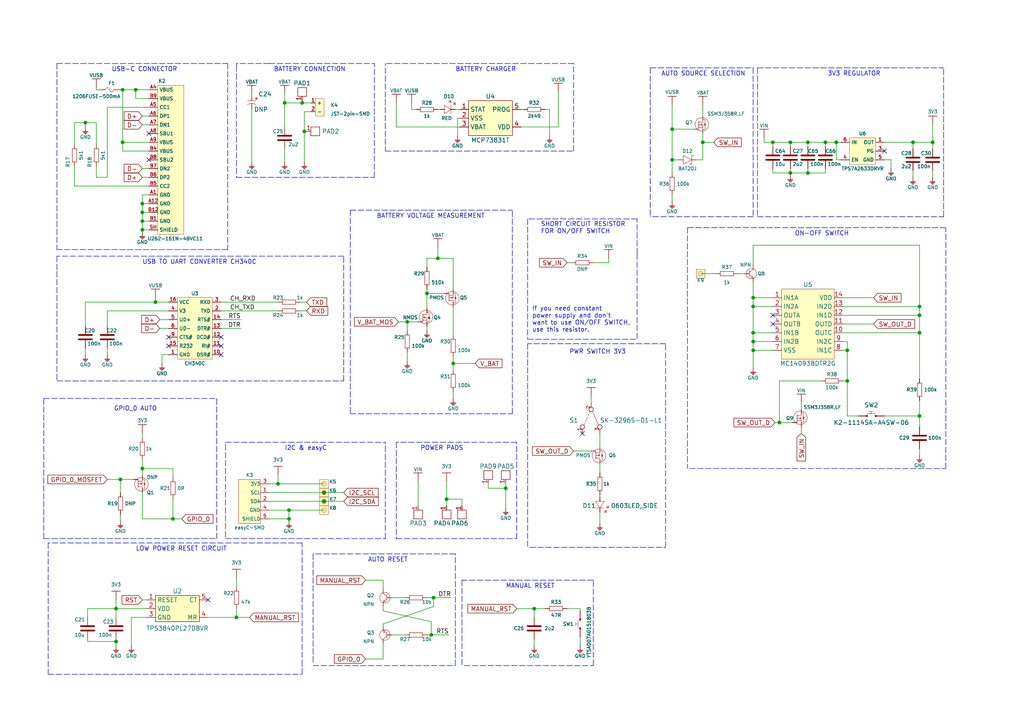
<source format=kicad_sch>
(kicad_sch (version 20211123) (generator eeschema)
  (paper "A4")
  (title_block (title "Soldered Inkplate 6PLUS") (date "2022-12-09") (rev "V1.2.0.") (company "SOLDERED") (comment 1 "333235"))
  (lib_symbols
    (symbol "e-radionica.com schematics:0402LED" (pin_numbers hide) (pin_names (offset 0.254) hide)
      (property "Reference" "D" (at -0.635 2.54 0))
      (property "Value" "0402LED" (at 0 -2.54 0))
      (symbol "0402LED_1_1"
        (pin passive line (at -1.905 0 0) (length 1.27) (name "A") (number "1"))
        (pin passive line (at 2.54 0 180) (length 1.27) (name "K") (number "2"))
      )
    )
    (symbol "e-radionica.com schematics:0603C" (pin_numbers hide) (pin_names (offset 0.002))
      (property "Reference" "C" (at 0 3.81 0))
      (property "Value" "0603C" (at 0 -3.175 0))
      (symbol "0603C_1_1"
        (pin passive line (at -3.175 0 0) (length 2.54) (name "~") (number "1"))
        (pin passive line (at 3.175 0 180) (length 2.54) (name "~") (number "2"))
      )
    )
    (symbol "e-radionica.com schematics:0603LED_SIDE" (pin_numbers hide) (pin_names hide)
      (property "Reference" "D" (at -1.27 2.54 0))
      (property "Value" "0603LED_SIDE" (at 0 -2.286 0))
      (symbol "0603LED_SIDE_1_1"
        (pin passive line (at -2.54 0 0) (length 1.27) (name "A") (number "1"))
        (pin passive line (at 1.905 0 180) (length 1.27) (name "K") (number "2"))
      )
    )
    (symbol "e-radionica.com schematics:0603R" (pin_numbers hide) (pin_names (offset 0.254))
      (property "Reference" "R" (at 0 1.27 0))
      (property "Value" "0603R" (at 0 -1.905 0))
      (symbol "0603R_1_1"
        (pin passive line (at -3.175 0 0) (length 1.27) (name "~") (number "1"))
        (pin passive line (at 3.175 0 180) (length 1.27) (name "~") (number "2"))
      )
    )
    (symbol "e-radionica.com schematics:1206C" (pin_numbers hide)
      (property "Reference" "C" (at 0 3.81 0))
      (property "Value" "1206C" (at 0 -3.175 0))
      (symbol "1206C_1_1"
        (pin passive line (at -3.175 0 0) (length 2.54) (name "~") (number "1"))
        (pin passive line (at 3.175 0 180) (length 2.54) (name "~") (number "2"))
      )
    )
    (symbol "e-radionica.com schematics:1206FUSE" (pin_numbers hide) (pin_names hide)
      (property "Reference" "F" (at -1.27 1.905 0))
      (property "Value" "1206FUSE" (at 0 -1.905 0))
      (symbol "1206FUSE_1_1"
        (pin passive line (at -2.54 0 0) (length 1.27) (name "~") (number "1"))
        (pin passive line (at 2.54 0 180) (length 1.27) (name "~") (number "2"))
      )
    )
    (symbol "e-radionica.com schematics:2917C" (pin_numbers hide) (pin_names hide)
      (property "Reference" "C?" (at 0 0 0))
      (property "Value" "2917C" (at 0 0 0))
      (symbol "2917C_0_0"
        (text "+" (at -0.635 -1.27 0) (effects (font (size 1 1))))
      )
      (symbol "2917C_1_1"
        (pin input line (at -1.27 -2.54 0) (length 1.27) (name "+") (number "1"))
        (pin input line (at 2.54 -2.54 180) (length 1.8) (name "-") (number "2"))
      )
    )
    (symbol "e-radionica.com schematics:3V3" (power) (pin_names (offset 0))
      (property "Value" "3V3" (at 0 3.556 0))
      (symbol "3V3_1_1"
        (pin power_in line (at 0 0 90) (length 0) hide (name "3V3") (number "1"))
      )
    )
    (symbol "e-radionica.com schematics:BAT20J" (pin_numbers hide) (pin_names hide)
      (property "Reference" "D" (at 0 2.54 0))
      (property "Value" "BAT20J" (at 0 -2.54 0))
      (symbol "BAT20J_1_1"
        (pin input line (at -2.54 0 0) (length 1.27) (name "A") (number "1"))
        (pin input line (at 2.54 0 180) (length 1.27) (name "C") (number "2"))
      )
    )
    (symbol "e-radionica.com schematics:CH340C"
      (property "Reference" "U" (at -3.81 10.16 0))
      (property "Value" "CH340C" (at 0 -10.16 0))
      (symbol "CH340C_1_1"
        (pin passive line (at -7.62 -7.62 0) (length 2.54) (name "GND") (number "1"))
        (pin passive line (at 7.62 -7.62 180) (length 2.54) (name "DSR#") (number "10"))
        (pin passive line (at 7.62 -5.08 180) (length 2.54) (name "RI#") (number "11"))
        (pin passive line (at 7.62 -2.54 180) (length 2.54) (name "DCD#") (number "12"))
        (pin passive line (at 7.62 0 180) (length 2.54) (name "DTR#") (number "13"))
        (pin passive line (at 7.62 2.54 180) (length 2.54) (name "RTS#") (number "14"))
        (pin passive line (at -7.62 -5.08 0) (length 2.54) (name "R232") (number "15"))
        (pin passive line (at -7.62 7.62 0) (length 2.54) (name "VCC") (number "16"))
        (pin passive line (at 7.62 5.08 180) (length 2.54) (name "TXD") (number "2"))
        (pin passive line (at 7.62 7.62 180) (length 2.54) (name "RXD") (number "3"))
        (pin passive line (at -7.62 5.08 0) (length 2.54) (name "V3") (number "4"))
        (pin passive line (at -7.62 2.54 0) (length 2.54) (name "UD+") (number "5"))
        (pin passive line (at -7.62 0 0) (length 2.54) (name "UD-") (number "6"))
        (pin passive line (at -7.62 -2.54 0) (length 2.54) (name "CTS#") (number "9"))
      )
    )
    (symbol "e-radionica.com schematics:GND" (power) (pin_names (offset 0))
      (property "Value" "GND" (at 0 -2.921 0))
      (symbol "GND_1_1"
        (pin power_in line (at 0 0 270) (length 0) hide (name "GND") (number "1"))
      )
    )
    (symbol "e-radionica.com schematics:HEADER_MALE_1X1_Inkplate" (pin_numbers hide) (pin_names hide)
      (property "Reference" "K" (at 0 2.54 0))
      (property "Value" "HEADER_MALE_1X1_Inkplate" (at 0 -2.54 0))
      (symbol "HEADER_MALE_1X1_Inkplate_1_1"
        (pin passive line (at 0 0 180) (length 0) (name "~") (number "1"))
      )
    )
    (symbol "e-radionica.com schematics:JST-2pin-SMD"
      (property "Reference" "K" (at 0 3.81 0))
      (property "Value" "JST-2pin-SMD" (at 1.27 -3.81 0))
      (symbol "JST-2pin-SMD_1_1"
        (pin passive line (at 2.54 -1.27 180) (length 1.27) (name "+") (number "1"))
        (pin passive line (at 2.54 1.27 180) (length 1.27) (name "-") (number "2"))
      )
    )
    (symbol "e-radionica.com schematics:K2-1114SA-A4SW-06" (pin_numbers hide) (pin_names hide)
      (property "Reference" "SW" (at 0 2.54 0))
      (property "Value" "K2-1114SA-A4SW-06" (at 0 -2.54 0))
      (symbol "K2-1114SA-A4SW-06_1_1"
        (pin passive line (at -3.81 0 0) (length 2.54) (name "~") (number "1"))
        (pin passive line (at 3.81 0 180) (length 2.54) (name "~") (number "2"))
      )
    )
    (symbol "e-radionica.com schematics:MC14093BDTR2G"
      (property "Reference" "U" (at 0 15.24 0))
      (property "Value" "MC14093BDTR2G" (at 0 -7.62 0))
      (symbol "MC14093BDTR2G_1_1"
        (pin output line (at -10.16 11.43 0) (length 2.54) (name "IN1A") (number "1"))
        (pin output line (at 10.16 1.27 180) (length 2.54) (name "OUTC") (number "10"))
        (pin output line (at 10.16 3.81 180) (length 2.54) (name "OUTD") (number "11"))
        (pin output line (at 10.16 6.35 180) (length 2.54) (name "IN1D") (number "12"))
        (pin output line (at 10.16 8.89 180) (length 2.54) (name "IN2D") (number "13"))
        (pin output line (at 10.16 11.43 180) (length 2.54) (name "VDD") (number "14"))
        (pin output line (at -10.16 8.89 0) (length 2.54) (name "IN2A") (number "2"))
        (pin output line (at -10.16 6.35 0) (length 2.54) (name "OUTA") (number "3"))
        (pin output line (at -10.16 3.81 0) (length 2.54) (name "OUTB") (number "4"))
        (pin output line (at -10.16 1.27 0) (length 2.54) (name "IN1B") (number "5"))
        (pin output line (at -10.16 -1.27 0) (length 2.54) (name "IN2B") (number "6"))
        (pin output line (at -10.16 -3.81 0) (length 2.54) (name "VSS") (number "7"))
        (pin output line (at 10.16 -3.81 180) (length 2.54) (name "IN1C") (number "8"))
        (pin output line (at 10.16 -1.27 180) (length 2.54) (name "IN2C") (number "9"))
      )
    )
    (symbol "e-radionica.com schematics:MCP73831T"
      (property "Reference" "U" (at 0 6.35 0))
      (property "Value" "MCP73831T" (at 0 -6.35 0))
      (symbol "MCP73831T_1_1"
        (pin output line (at -8.89 2.54 0) (length 2.54) (name "STAT") (number "1"))
        (pin output line (at -8.89 0 0) (length 2.54) (name "VSS") (number "2"))
        (pin output line (at -8.89 -2.54 0) (length 2.54) (name "VBAT") (number "3"))
        (pin output line (at 8.89 -2.54 180) (length 2.54) (name "VDD") (number "4"))
        (pin output line (at 8.89 2.54 180) (length 2.54) (name "PROG") (number "5"))
      )
    )
    (symbol "e-radionica.com schematics:NMOS-SOT-23-3" (pin_numbers hide) (pin_names hide)
      (property "Reference" "Q" (at -1.143 2.921 0))
      (property "Value" "NMOS-SOT-23-3" (at 1.524 -3.937 0))
      (symbol "NMOS-SOT-23-3_1_1"
        (pin passive line (at -1.27 -1.27 0) (length 1.27) (name "G") (number "1"))
        (pin passive line (at 1.27 -2.54 90) (length 1.27) (name "S") (number "2"))
        (pin passive line (at 1.27 2.54 270) (length 1.27) (name "D") (number "3"))
      )
    )
    (symbol "e-radionica.com schematics:NPN-SOT-23-3" (pin_numbers hide) (pin_names hide)
      (property "Reference" "Q" (at -2.286 2.921 0))
      (property "Value" "NPN-SOT-23-3" (at 0 -3.81 0))
      (symbol "NPN-SOT-23-3_1_1"
        (pin passive line (at -2.54 0 0) (length 1.27) (name "B") (number "1"))
        (pin passive line (at 0 -2.54 90) (length 1.27) (name "E") (number "2"))
        (pin passive line (at 0 2.54 270) (length 1.27) (name "C") (number "3"))
      )
    )
    (symbol "e-radionica.com schematics:PAD_4x4"
      (property "Reference" "PAD" (at 0 2.54 0))
      (property "Value" "PAD_4x4" (at 0 -2.54 0))
      (symbol "PAD_4x4_1_1"
        (pin passive line (at -2.54 0 0) (length 1.27) (name "") (number "1"))
      )
    )
    (symbol "e-radionica.com schematics:PMOS-SOT-23-3" (pin_numbers hide) (pin_names hide)
      (property "Reference" "Q" (at -1.27 2.54 0))
      (property "Value" "PMOS-SOT-23-3" (at 0.381 -4.064 0))
      (symbol "PMOS-SOT-23-3_1_1"
        (pin passive line (at -1.27 -1.27 0) (length 1.27) (name "G") (number "1"))
        (pin passive line (at 1.27 -2.54 90) (length 1.27) (name "S") (number "2"))
        (pin passive line (at 1.27 2.54 270) (length 1.27) (name "D") (number "3"))
      )
    )
    (symbol "e-radionica.com schematics:SK-3296S-01-L1"
      (property "Reference" "S" (at 0 3.81 0))
      (property "Value" "SK-3296S-01-L1" (at 0 -6.35 0))
      (symbol "SK-3296S-01-L1_1_1"
        (pin input inverted (at 3.81 2.54 180) (length 2.54) (name "") (number "1"))
        (pin input inverted (at -5.08 0 0) (length 2.54) (name "") (number "2"))
        (pin input inverted (at 3.81 -2.54 180) (length 2.54) (name "") (number "3"))
      )
    )
    (symbol "e-radionica.com schematics:TPS3840PL27DBVR"
      (property "Reference" "U" (at 0 5.08 0))
      (property "Value" "TPS3840PL27DBVR" (at 0 -5.08 0))
      (symbol "TPS3840PL27DBVR_1_1"
        (pin input line (at -8.89 2.54 0) (length 2.54) (name "RESET") (number "1"))
        (pin input line (at -8.89 0 0) (length 2.54) (name "VDD") (number "2"))
        (pin input line (at -8.89 -2.54 0) (length 2.54) (name "GND") (number "3"))
        (pin input line (at 8.89 -2.54 180) (length 2.54) (name "MR") (number "4"))
        (pin input line (at 8.89 2.54 180) (length 2.54) (name "CT") (number "5"))
      )
    )
    (symbol "e-radionica.com schematics:TPS7A2633DRVR"
      (property "Reference" "U" (at -3.175 5.08 0))
      (property "Value" "TPS7A2633DRVR" (at 0 -5.08 0))
      (symbol "TPS7A2633DRVR_1_1"
        (pin passive line (at 6.35 2.54 180) (length 2.54) (name "OUT") (number "1"))
        (pin passive line (at 6.35 0 180) (length 2.54) (name "PG") (number "3"))
        (pin passive line (at -6.35 -2.54 0) (length 2.54) (name "EN") (number "4"))
        (pin passive line (at 6.35 -2.54 180) (length 2.54) (name "GND") (number "5"))
        (pin passive line (at -6.35 2.54 0) (length 2.54) (name "IN") (number "6"))
      )
    )
    (symbol "e-radionica.com schematics:U262-161N-4BVC11"
      (property "Reference" "K" (at 0 22.86 0))
      (property "Value" "U262-161N-4BVC11" (at 2.54 -22.86 0))
      (symbol "U262-161N-4BVC11_1_1"
        (pin passive line (at -3.81 -10.16 0) (length 2.54) (name "GND") (number "A1"))
        (pin passive line (at -3.81 -12.7 0) (length 2.54) (name "GND") (number "A12"))
        (pin passive line (at -3.81 20.32 0) (length 2.54) (name "VBUS") (number "A4"))
        (pin passive line (at -3.81 15.24 0) (length 2.54) (name "CC1") (number "A5"))
        (pin passive line (at -3.81 12.7 0) (length 2.54) (name "DP1") (number "A6"))
        (pin passive line (at -3.81 10.16 0) (length 2.54) (name "DN1") (number "A7"))
        (pin passive line (at -3.81 7.62 0) (length 2.54) (name "SBU1") (number "A8"))
        (pin passive line (at -3.81 5.08 0) (length 2.54) (name "VBUS") (number "A9"))
        (pin passive line (at -3.81 -17.78 0) (length 2.54) (name "GND") (number "B1"))
        (pin passive line (at -3.81 -15.24 0) (length 2.54) (name "GND") (number "B12"))
        (pin passive line (at -3.81 2.54 0) (length 2.54) (name "VBUS") (number "B4"))
        (pin passive line (at -3.81 -7.62 0) (length 2.54) (name "CC2") (number "B5"))
        (pin passive line (at -3.81 -5.08 0) (length 2.54) (name "DP2") (number "B6"))
        (pin passive line (at -3.81 -2.54 0) (length 2.54) (name "DN2") (number "B7"))
        (pin passive line (at -3.81 0 0) (length 2.54) (name "SBU2") (number "B8"))
        (pin passive line (at -3.81 17.78 0) (length 2.54) (name "VBUS") (number "B9"))
        (pin passive line (at -3.81 -20.32 0) (length 2.54) (name "SHIELD") (number "SH"))
      )
    )
    (symbol "e-radionica.com schematics:VBAT" (power) (pin_names (offset 0))
      (property "Value" "VBAT" (at 0 3.556 0))
      (symbol "VBAT_1_1"
        (pin power_in line (at 0 0 90) (length 0) hide (name "VBAT") (number "1"))
      )
    )
    (symbol "e-radionica.com schematics:VIN" (power) (pin_names (offset 0))
      (property "Value" "VIN" (at 0 3.556 0))
      (symbol "VIN_1_1"
        (pin power_in line (at 0 0 90) (length 0) hide (name "VIN") (number "1"))
      )
    )
    (symbol "e-radionica.com schematics:VUSB" (power) (pin_names (offset 0))
      (property "Value" "VUSB" (at 0 3.556 0))
      (symbol "VUSB_1_1"
        (pin power_in line (at 0 0 90) (length 0) hide (name "VUSB") (number "1"))
      )
    )
    (symbol "e-radionica.com schematics:YTSA007A0151803B" (pin_numbers hide) (pin_names hide)
      (property "Reference" "SW" (at -1.016 2.286 0))
      (property "Value" "YTSA007A0151803B" (at 1.778 -2.032 0))
      (symbol "YTSA007A0151803B_1_1"
        (pin passive line (at -2.54 0 0) (length 2.54) (name "~") (number "1"))
        (pin passive line (at 5.08 0 180) (length 2.54) (name "~") (number "2"))
      )
    )
    (symbol "e-radionica.com schematics:easyC-SMD" (pin_names (offset 0.002))
      (property "Reference" "K" (at 0 10.16 0))
      (property "Value" "easyC-SMD" (at 0 -5.08 0))
      (symbol "easyC-SMD_1_1"
        (pin passive line (at 5.715 5.08 180) (length 2.54) (name "SCL") (number "1"))
        (pin passive line (at 5.715 2.54 180) (length 2.54) (name "SDA") (number "2"))
        (pin passive line (at 5.715 7.62 180) (length 2.54) (name "3V3") (number "3"))
        (pin passive line (at 5.715 0 180) (length 2.54) (name "GND") (number "4"))
        (pin passive line (at 5.715 -2.54 180) (length 2.54) (name "SHIELD") (number "5"))
      )
    )
  )
  (junction (at 123.825 85.09))
  (junction (at 194.945 46.355))
  (junction (at 224.155 41.275))
  (junction (at 234.315 41.275))
  (junction (at 93.98 142.875))
  (junction (at 93.98 145.415))
  (junction (at 131.445 105.41))
  (junction (at 129.54 144.78))
  (junction (at 41.275 64.135) (diameter 0.9144))
  (junction (at 226.06 122.555))
  (junction (at 125.73 173.355))
  (junction (at 234.315 50.165))
  (junction (at 245.745 110.49))
  (junction (at 45.085 87.63))
  (junction (at 146.685 141.605))
  (junction (at 83.82 147.955))
  (junction (at 50.165 150.495))
  (junction (at 266.7 91.44))
  (junction (at 264.795 41.275))
  (junction (at 239.395 41.275))
  (junction (at 82.55 29.845))
  (junction (at 41.275 66.675) (diameter 0.9144))
  (junction (at 229.235 41.275))
  (junction (at 229.235 50.165))
  (junction (at 194.945 37.465))
  (junction (at 118.11 93.345))
  (junction (at 24.765 35.56) (diameter 0.9144))
  (junction (at 154.94 176.53))
  (junction (at 41.275 61.595) (diameter 0.9144))
  (junction (at 35.56 26.035) (diameter 0.9144))
  (junction (at 218.44 101.6))
  (junction (at 41.275 135.89))
  (junction (at 266.7 120.65))
  (junction (at 125.095 184.15))
  (junction (at 203.835 41.275))
  (junction (at 33.655 176.53))
  (junction (at 242.57 41.275))
  (junction (at 34.925 139.065))
  (junction (at 218.44 86.36))
  (junction (at 80.645 140.335))
  (junction (at 266.7 88.9))
  (junction (at 218.44 88.9))
  (junction (at 88.265 38.1))
  (junction (at 87.63 29.845))
  (junction (at 245.745 101.6))
  (junction (at 127 74.93))
  (junction (at 41.275 59.055) (diameter 0.9144))
  (junction (at 266.7 96.52))
  (junction (at 218.44 96.52))
  (junction (at 39.37 26.035) (diameter 0.9144))
  (junction (at 270.51 41.275))
  (junction (at 83.82 150.495))
  (junction (at 35.56 41.275) (diameter 0.9144))
  (junction (at 68.58 179.07))
  (junction (at 218.44 99.06))
  (junction (at 33.655 186.055))
  (no_connect (at 256.54 43.815))
  (no_connect (at 224.155 91.44))
  (no_connect (at 60.325 173.99))
  (no_connect (at 43.18 38.735))
  (no_connect (at 64.135 97.79))
  (no_connect (at 64.135 100.33))
  (no_connect (at 168.91 125.73))
  (no_connect (at 64.135 102.87))
  (no_connect (at 48.895 100.33))
  (no_connect (at 224.155 93.98))
  (no_connect (at 48.895 97.79))
  (no_connect (at 43.18 46.355))
  (wire (pts (xy 41.275 125.73) (xy 41.275 127)))
  (wire (pts (xy 131.445 103.505) (xy 131.445 105.41)))
  (wire (pts (xy 24.765 94.615) (xy 24.765 87.63)))
  (polyline (pts (xy 66.04 72.39) (xy 16.51 72.39)) (stroke (width 0) (type dash)))
  (wire (pts (xy 133.35 34.29) (xy 132.715 34.29)))
  (wire (pts (xy 123.825 85.09) (xy 123.825 89.535)))
  (wire (pts (xy 93.98 145.415) (xy 99.695 145.415)))
  (wire (pts (xy 244.475 110.49) (xy 245.745 110.49)))
  (wire (pts (xy 80.645 140.335) (xy 93.98 140.335)))
  (wire (pts (xy 123.825 74.93) (xy 123.825 77.47)))
  (wire (pts (xy 239.395 41.275) (xy 239.395 42.545)))
  (wire (pts (xy 78.105 142.875) (xy 93.98 142.875)))
  (wire (pts (xy 41.275 64.135) (xy 43.18 64.135)))
  (wire (pts (xy 213.995 79.375) (xy 215.9 79.375)))
  (polyline (pts (xy 219.71 62.865) (xy 273.685 62.865)))
  (wire (pts (xy 80.645 140.335) (xy 80.645 137.795)))
  (wire (pts (xy 78.105 140.335) (xy 80.645 140.335)))
  (wire (pts (xy 113.665 173.355) (xy 117.475 173.355)))
  (wire (pts (xy 172.085 76.2) (xy 176.53 76.2)))
  (wire (pts (xy 141.605 141.605) (xy 146.685 141.605)))
  (polyline (pts (xy 62.865 115.57) (xy 62.865 117.475)))
  (wire (pts (xy 248.92 120.65) (xy 245.745 120.65)))
  (wire (pts (xy 127 74.93) (xy 123.825 74.93)))
  (polyline (pts (xy 166.37 43.815) (xy 166.37 18.415)))
  (wire (pts (xy 173.99 148.59) (xy 173.99 151.765)))
  (wire (pts (xy 24.765 35.56) (xy 24.765 36.83)))
  (wire (pts (xy 111.125 168.275) (xy 111.125 170.815)))
  (wire (pts (xy 266.7 130.175) (xy 266.7 132.08)))
  (wire (pts (xy 41.275 135.89) (xy 41.275 137.795)))
  (wire (pts (xy 234.315 41.275) (xy 239.395 41.275)))
  (wire (pts (xy 256.54 120.65) (xy 266.7 120.65)))
  (polyline (pts (xy 134.62 193.04) (xy 172.085 193.04)))
  (polyline (pts (xy 153.035 98.425) (xy 184.785 98.425)))
  (wire (pts (xy 82.55 43.18) (xy 82.55 46.99)))
  (wire (pts (xy 176.53 74.93) (xy 176.53 76.2)))
  (wire (pts (xy 25.4 186.055) (xy 33.655 186.055)))
  (wire (pts (xy 131.445 105.41) (xy 137.795 105.41)))
  (polyline (pts (xy 184.785 73.66) (xy 184.785 63.5)))
  (wire (pts (xy 50.165 150.495) (xy 52.705 150.495)))
  (wire (pts (xy 123.825 94.615) (xy 123.825 95.885)))
  (wire (pts (xy 131.445 105.41) (xy 131.445 107.315)))
  (wire (pts (xy 41.275 142.875) (xy 41.275 150.495)))
  (polyline (pts (xy 90.805 160.655) (xy 90.805 192.405)))
  (polyline (pts (xy 148.59 120.015) (xy 148.59 60.96)))
  (wire (pts (xy 24.765 87.63) (xy 45.085 87.63)))
  (wire (pts (xy 133.985 144.78) (xy 129.54 144.78)))
  (polyline (pts (xy 87.63 157.48) (xy 13.97 157.48)))
  (wire (pts (xy 113.665 184.15) (xy 117.475 184.15)))
  (polyline (pts (xy 90.805 193.04) (xy 132.08 193.04)))
  (polyline (pts (xy 172.085 193.04) (xy 172.085 168.275)))
  (wire (pts (xy 203.835 41.275) (xy 203.835 46.355)))
  (wire (pts (xy 127 31.75) (xy 127.635 31.75)))
  (wire (pts (xy 256.54 41.275) (xy 264.795 41.275)))
  (wire (pts (xy 21.59 48.26) (xy 21.59 53.975)))
  (wire (pts (xy 154.94 185.42) (xy 154.94 187.325)))
  (wire (pts (xy 245.745 99.06) (xy 244.475 99.06)))
  (wire (pts (xy 125.095 180.34) (xy 125.095 184.15)))
  (polyline (pts (xy 172.085 168.275) (xy 133.985 168.275)))
  (polyline (pts (xy 68.58 19.05) (xy 68.58 51.435)))
  (wire (pts (xy 43.18 56.515) (xy 41.275 56.515)))
  (polyline (pts (xy 16.51 18.415) (xy 16.51 72.39)) (stroke (width 0) (type dash)))
  (polyline (pts (xy 65.405 128.905) (xy 65.405 156.21)))
  (wire (pts (xy 64.135 92.71) (xy 69.85 92.71)))
  (wire (pts (xy 31.115 139.065) (xy 34.925 139.065)))
  (wire (pts (xy 123.825 83.82) (xy 123.825 85.09)))
  (wire (pts (xy 224.155 86.36) (xy 218.44 86.36)))
  (wire (pts (xy 39.37 28.575) (xy 39.37 26.035)))
  (wire (pts (xy 166.37 130.81) (xy 171.45 130.81)))
  (polyline (pts (xy 78.105 18.415) (xy 108.585 18.415)))
  (wire (pts (xy 34.925 149.225) (xy 34.925 151.13)))
  (wire (pts (xy 245.745 110.49) (xy 245.745 101.6)))
  (wire (pts (xy 239.395 48.895) (xy 239.395 50.165)))
  (wire (pts (xy 266.7 116.205) (xy 266.7 120.65)))
  (polyline (pts (xy 13.97 157.48) (xy 13.97 195.58)))
  (wire (pts (xy 242.57 46.355) (xy 242.57 41.275)))
  (polyline (pts (xy 153.035 63.5) (xy 153.035 98.425)))
  (wire (pts (xy 83.82 150.495) (xy 83.82 151.13)))
  (wire (pts (xy 159.385 31.75) (xy 159.385 39.37)))
  (polyline (pts (xy 111.76 156.21) (xy 111.76 128.27)))
  (wire (pts (xy 226.06 110.49) (xy 226.06 122.555)))
  (wire (pts (xy 270.51 41.275) (xy 264.795 41.275)))
  (polyline (pts (xy 273.685 62.865) (xy 273.685 19.685)))
  (wire (pts (xy 123.825 184.15) (xy 125.095 184.15)))
  (wire (pts (xy 41.275 133.35) (xy 41.275 135.89)))
  (wire (pts (xy 34.29 26.035) (xy 35.56 26.035)))
  (wire (pts (xy 27.94 26.035) (xy 27.94 25.4)))
  (wire (pts (xy 31.115 94.615) (xy 31.115 90.17)))
  (wire (pts (xy 226.06 122.555) (xy 229.87 122.555)))
  (wire (pts (xy 38.1 187.325) (xy 38.1 179.07)))
  (wire (pts (xy 164.465 176.53) (xy 168.275 176.53)))
  (polyline (pts (xy 274.32 135.89) (xy 274.32 66.04)))
  (wire (pts (xy 46.355 95.25) (xy 48.895 95.25)))
  (wire (pts (xy 224.155 41.275) (xy 229.235 41.275)))
  (wire (pts (xy 35.56 41.275) (xy 35.56 43.815)))
  (wire (pts (xy 43.18 66.675) (xy 41.275 66.675)))
  (polyline (pts (xy 153.67 158.75) (xy 193.04 158.75)))
  (wire (pts (xy 111.125 180.975) (xy 111.125 181.61)))
  (wire (pts (xy 111.125 191.135) (xy 111.125 186.69)))
  (wire (pts (xy 82.55 29.845) (xy 87.63 29.845)))
  (wire (pts (xy 78.105 145.415) (xy 93.98 145.415)))
  (wire (pts (xy 41.275 66.675) (xy 41.275 67.31)))
  (wire (pts (xy 121.285 93.345) (xy 118.11 93.345)))
  (wire (pts (xy 245.745 101.6) (xy 245.745 99.06)))
  (wire (pts (xy 244.475 91.44) (xy 266.7 91.44)))
  (wire (pts (xy 41.275 64.135) (xy 41.275 66.675)))
  (wire (pts (xy 82.55 29.845) (xy 82.55 36.83)))
  (wire (pts (xy 29.21 26.035) (xy 27.94 26.035)))
  (wire (pts (xy 149.86 176.53) (xy 154.94 176.53)))
  (wire (pts (xy 203.835 38.735) (xy 203.835 41.275)))
  (wire (pts (xy 194.945 46.355) (xy 194.945 50.165)))
  (polyline (pts (xy 111.76 19.685) (xy 111.76 43.815)))
  (wire (pts (xy 119.38 29.845) (xy 119.38 31.75)))
  (wire (pts (xy 264.795 41.275) (xy 264.795 43.18)))
  (wire (pts (xy 45.085 86.36) (xy 45.085 87.63)))
  (wire (pts (xy 33.655 173.99) (xy 33.655 176.53)))
  (wire (pts (xy 83.82 147.955) (xy 93.98 147.955)))
  (wire (pts (xy 125.73 175.895) (xy 111.125 180.975)))
  (wire (pts (xy 41.275 59.055) (xy 41.275 61.595)))
  (wire (pts (xy 218.44 81.915) (xy 218.44 86.36)))
  (wire (pts (xy 27.94 35.56) (xy 27.94 41.91)))
  (wire (pts (xy 154.94 179.07) (xy 154.94 176.53)))
  (wire (pts (xy 118.11 93.345) (xy 118.11 95.885)))
  (wire (pts (xy 41.275 61.595) (xy 41.275 64.135)))
  (wire (pts (xy 88.265 46.99) (xy 88.265 38.1)))
  (wire (pts (xy 24.765 100.965) (xy 24.765 102.87)))
  (wire (pts (xy 43.18 43.815) (xy 35.56 43.815)))
  (wire (pts (xy 78.105 147.955) (xy 83.82 147.955)))
  (wire (pts (xy 33.655 176.53) (xy 42.545 176.53)))
  (wire (pts (xy 31.115 51.435) (xy 31.115 31.115)))
  (wire (pts (xy 239.395 41.275) (xy 242.57 41.275)))
  (polyline (pts (xy 16.51 78.74) (xy 16.51 78.74)))
  (wire (pts (xy 229.235 41.275) (xy 234.315 41.275)))
  (wire (pts (xy 41.275 173.99) (xy 42.545 173.99)))
  (polyline (pts (xy 99.695 74.295) (xy 16.51 74.295)))
  (wire (pts (xy 270.51 43.18) (xy 270.51 41.275)))
  (polyline (pts (xy 133.985 168.275) (xy 133.985 193.04)))
  (wire (pts (xy 87.63 29.845) (xy 90.17 29.845)))
  (polyline (pts (xy 193.04 99.695) (xy 153.035 99.695)))
  (wire (pts (xy 151.13 31.75) (xy 151.765 31.75)))
  (wire (pts (xy 123.825 173.355) (xy 125.73 173.355)))
  (polyline (pts (xy 101.6 120.015) (xy 148.59 120.015)))
  (wire (pts (xy 129.54 144.78) (xy 129.54 146.685)))
  (wire (pts (xy 33.655 185.42) (xy 33.655 186.055)))
  (polyline (pts (xy 153.035 99.695) (xy 153.035 158.75)))
  (wire (pts (xy 131.445 113.665) (xy 131.445 115.57)))
  (wire (pts (xy 60.325 179.07) (xy 68.58 179.07)))
  (polyline (pts (xy 99.695 110.49) (xy 99.695 74.295)))
  (polyline (pts (xy 78.105 18.415) (xy 68.58 18.415)))
  (polyline (pts (xy 16.51 18.415) (xy 66.04 18.415)) (stroke (width 0) (type dash)))
  (wire (pts (xy 239.395 50.165) (xy 234.315 50.165)))
  (polyline (pts (xy 219.71 19.685) (xy 273.685 19.685)))
  (polyline (pts (xy 149.86 128.27) (xy 114.935 128.27)))
  (wire (pts (xy 118.11 102.235) (xy 118.11 104.775)))
  (wire (pts (xy 266.7 96.52) (xy 266.7 109.855)))
  (polyline (pts (xy 101.6 60.96) (xy 101.6 120.015)))
  (wire (pts (xy 50.165 150.495) (xy 50.165 144.78)))
  (wire (pts (xy 50.165 135.89) (xy 41.275 135.89)))
  (wire (pts (xy 132.715 34.29) (xy 132.715 39.37)))
  (polyline (pts (xy 13.97 195.58) (xy 87.63 195.58)))
  (polyline (pts (xy 199.39 66.04) (xy 199.39 135.89)))
  (wire (pts (xy 256.54 46.355) (xy 258.445 46.355)))
  (wire (pts (xy 106.045 191.135) (xy 111.125 191.135)))
  (wire (pts (xy 194.945 37.465) (xy 201.295 37.465)))
  (wire (pts (xy 125.73 173.355) (xy 130.81 173.355)))
  (wire (pts (xy 229.235 48.895) (xy 229.235 50.165)))
  (polyline (pts (xy 87.63 195.58) (xy 87.63 193.04)))
  (wire (pts (xy 121.285 139.7) (xy 121.285 146.685)))
  (wire (pts (xy 45.085 87.63) (xy 48.895 87.63)))
  (polyline (pts (xy 219.71 19.685) (xy 219.71 62.865)))
  (wire (pts (xy 146.685 141.605) (xy 146.685 147.32)))
  (wire (pts (xy 218.44 101.6) (xy 218.44 106.68)))
  (polyline (pts (xy 16.51 78.74) (xy 16.51 110.49)))
  (polyline (pts (xy 188.595 19.685) (xy 188.595 62.865)))
  (wire (pts (xy 88.265 32.385) (xy 88.265 38.1)))
  (wire (pts (xy 224.155 96.52) (xy 218.44 96.52)))
  (wire (pts (xy 25.4 179.07) (xy 25.4 176.53)))
  (wire (pts (xy 158.115 31.75) (xy 159.385 31.75)))
  (polyline (pts (xy 132.08 160.655) (xy 90.805 160.655)))
  (wire (pts (xy 41.275 33.655) (xy 43.18 33.655)))
  (wire (pts (xy 68.58 167.64) (xy 68.58 170.18)))
  (wire (pts (xy 115.57 93.345) (xy 118.11 93.345)))
  (wire (pts (xy 43.18 53.975) (xy 21.59 53.975)))
  (wire (pts (xy 41.275 59.055) (xy 43.18 59.055)))
  (wire (pts (xy 129.54 139.7) (xy 129.54 144.78)))
  (wire (pts (xy 270.51 36.195) (xy 270.51 41.275)))
  (polyline (pts (xy 87.63 193.04) (xy 87.63 157.48)))
  (wire (pts (xy 73.025 27.305) (xy 73.025 27.94)))
  (wire (pts (xy 218.44 88.9) (xy 224.155 88.9)))
  (wire (pts (xy 27.94 48.26) (xy 27.94 51.435)))
  (wire (pts (xy 196.85 46.355) (xy 194.945 46.355)))
  (wire (pts (xy 168.275 176.53) (xy 168.275 177.165)))
  (wire (pts (xy 224.155 48.895) (xy 224.155 50.165)))
  (wire (pts (xy 270.51 49.53) (xy 270.51 51.435)))
  (wire (pts (xy 258.445 46.355) (xy 258.445 48.895)))
  (wire (pts (xy 242.57 41.275) (xy 243.84 41.275)))
  (wire (pts (xy 25.4 176.53) (xy 33.655 176.53)))
  (wire (pts (xy 221.615 41.275) (xy 221.615 40.005)))
  (wire (pts (xy 78.105 150.495) (xy 83.82 150.495)))
  (wire (pts (xy 218.44 88.9) (xy 218.44 96.52)))
  (wire (pts (xy 244.475 101.6) (xy 245.745 101.6)))
  (wire (pts (xy 194.945 37.465) (xy 194.945 46.355)))
  (wire (pts (xy 171.45 114.935) (xy 171.45 116.84)))
  (wire (pts (xy 35.56 26.035) (xy 39.37 26.035)))
  (wire (pts (xy 224.155 41.275) (xy 224.155 42.545)))
  (wire (pts (xy 243.84 46.355) (xy 242.57 46.355)))
  (wire (pts (xy 132.08 31.75) (xy 133.35 31.75)))
  (wire (pts (xy 266.7 91.44) (xy 266.7 96.52)))
  (wire (pts (xy 111.125 177.165) (xy 125.095 180.34)))
  (wire (pts (xy 106.045 168.275) (xy 111.125 168.275)))
  (wire (pts (xy 224.155 101.6) (xy 218.44 101.6)))
  (wire (pts (xy 133.985 146.685) (xy 133.985 144.78)))
  (wire (pts (xy 86.995 90.17) (xy 88.9 90.17)))
  (wire (pts (xy 164.465 76.2) (xy 165.735 76.2)))
  (wire (pts (xy 68.58 176.53) (xy 68.58 179.07)))
  (wire (pts (xy 224.155 99.06) (xy 218.44 99.06)))
  (wire (pts (xy 88.9 38.1) (xy 88.265 38.1)))
  (wire (pts (xy 128.905 85.09) (xy 123.825 85.09)))
  (wire (pts (xy 38.1 179.07) (xy 42.545 179.07)))
  (wire (pts (xy 64.135 90.17) (xy 80.645 90.17)))
  (polyline (pts (xy 66.04 18.415) (xy 66.04 72.39)) (stroke (width 0) (type dash)))
  (wire (pts (xy 25.4 185.42) (xy 25.4 186.055)))
  (wire (pts (xy 161.925 36.83) (xy 151.13 36.83)))
  (polyline (pts (xy 65.405 128.27) (xy 111.76 128.27)))
  (polyline (pts (xy 218.44 19.685) (xy 218.44 62.865)))
  (wire (pts (xy 41.275 150.495) (xy 50.165 150.495)))
  (wire (pts (xy 125.095 184.15) (xy 130.175 184.15)))
  (wire (pts (xy 229.235 50.165) (xy 229.235 50.8)))
  (polyline (pts (xy 16.51 110.49) (xy 99.695 110.49)))
  (polyline (pts (xy 108.585 51.435) (xy 108.585 18.415)))
  (polyline (pts (xy 149.86 156.21) (xy 149.86 128.27)))
  (wire (pts (xy 161.925 26.67) (xy 161.925 36.83)))
  (wire (pts (xy 218.44 86.36) (xy 218.44 88.9)))
  (polyline (pts (xy 12.7 156.21) (xy 12.7 115.57)))
  (wire (pts (xy 31.115 100.965) (xy 31.115 102.87)))
  (wire (pts (xy 224.79 122.555) (xy 226.06 122.555)))
  (polyline (pts (xy 12.7 156.21) (xy 62.865 156.21)))
  (polyline (pts (xy 101.6 60.96) (xy 148.59 60.96)))
  (wire (pts (xy 82.55 27.305) (xy 82.55 29.845)))
  (polyline (pts (xy 68.58 51.435) (xy 108.585 51.435)))
  (polyline (pts (xy 114.935 156.21) (xy 149.86 156.21)))
  (wire (pts (xy 64.135 87.63) (xy 80.645 87.63)))
  (wire (pts (xy 141.605 140.335) (xy 141.605 141.605)))
  (polyline (pts (xy 193.04 158.75) (xy 193.04 99.695)))
  (wire (pts (xy 221.615 41.275) (xy 224.155 41.275)))
  (wire (pts (xy 39.37 26.035) (xy 43.18 26.035)))
  (polyline (pts (xy 114.935 128.27) (xy 114.935 156.21)))
  (wire (pts (xy 168.275 184.785) (xy 168.275 187.325)))
  (wire (pts (xy 41.275 61.595) (xy 43.18 61.595)))
  (wire (pts (xy 33.655 179.07) (xy 33.655 176.53)))
  (wire (pts (xy 244.475 93.98) (xy 253.365 93.98)))
  (wire (pts (xy 173.99 143.51) (xy 173.99 144.145)))
  (wire (pts (xy 41.275 36.195) (xy 43.18 36.195)))
  (wire (pts (xy 33.655 186.055) (xy 33.655 187.325)))
  (polyline (pts (xy 200.025 135.89) (xy 274.32 135.89)))
  (wire (pts (xy 234.315 48.895) (xy 234.315 50.165)))
  (wire (pts (xy 35.56 41.275) (xy 35.56 26.035)))
  (wire (pts (xy 131.445 83.82) (xy 131.445 74.93)))
  (wire (pts (xy 234.315 50.165) (xy 229.235 50.165)))
  (wire (pts (xy 127 71.755) (xy 127 74.93)))
  (wire (pts (xy 218.44 71.12) (xy 266.7 71.12)))
  (polyline (pts (xy 166.37 18.415) (xy 111.76 18.415)))
  (wire (pts (xy 173.99 125.73) (xy 173.99 129.54)))
  (wire (pts (xy 245.745 120.65) (xy 245.745 110.49)))
  (wire (pts (xy 46.355 92.71) (xy 48.895 92.71)))
  (polyline (pts (xy 68.58 18.415) (xy 68.58 19.05)))
  (polyline (pts (xy 111.76 43.815) (xy 166.37 43.815)))
  (wire (pts (xy 234.315 41.275) (xy 234.315 42.545)))
  (polyline (pts (xy 188.595 19.685) (xy 218.44 19.685)))
  (wire (pts (xy 266.7 71.12) (xy 266.7 88.9)))
  (wire (pts (xy 68.58 179.07) (xy 72.39 179.07)))
  (wire (pts (xy 86.995 87.63) (xy 88.9 87.63)))
  (wire (pts (xy 154.94 176.53) (xy 158.115 176.53)))
  (wire (pts (xy 194.945 56.515) (xy 194.945 58.42)))
  (wire (pts (xy 27.94 51.435) (xy 31.115 51.435)))
  (polyline (pts (xy 132.08 193.04) (xy 132.08 160.655)))
  (wire (pts (xy 244.475 86.36) (xy 253.365 86.36)))
  (wire (pts (xy 232.41 123.825) (xy 232.41 125.73)))
  (wire (pts (xy 173.99 134.62) (xy 173.99 137.16)))
  (polyline (pts (xy 65.405 156.21) (xy 111.76 156.21)))
  (wire (pts (xy 46.99 102.87) (xy 48.895 102.87)))
  (polyline (pts (xy 111.76 18.415) (xy 111.76 19.05)))
  (wire (pts (xy 238.125 110.49) (xy 226.06 110.49)))
  (wire (pts (xy 203.835 41.275) (xy 207.01 41.275)))
  (wire (pts (xy 24.765 35.56) (xy 27.94 35.56)))
  (wire (pts (xy 203.835 46.355) (xy 201.93 46.355)))
  (wire (pts (xy 64.135 95.25) (xy 69.85 95.25)))
  (wire (pts (xy 218.44 96.52) (xy 218.44 99.06)))
  (polyline (pts (xy 218.44 62.865) (xy 188.595 62.865)))
  (wire (pts (xy 266.7 120.65) (xy 266.7 123.825)))
  (wire (pts (xy 111.125 175.895) (xy 111.125 177.165)))
  (wire (pts (xy 34.925 139.065) (xy 38.735 139.065)))
  (wire (pts (xy 50.165 138.43) (xy 50.165 135.89)))
  (wire (pts (xy 83.82 147.955) (xy 83.82 150.495)))
  (wire (pts (xy 34.925 139.065) (xy 34.925 142.875)))
  (wire (pts (xy 93.98 142.875) (xy 99.695 142.875)))
  (wire (pts (xy 229.235 41.275) (xy 229.235 42.545)))
  (wire (pts (xy 244.475 96.52) (xy 266.7 96.52)))
  (wire (pts (xy 43.18 28.575) (xy 39.37 28.575)))
  (wire (pts (xy 114.935 29.845) (xy 114.935 36.83)))
  (polyline (pts (xy 184.785 73.66) (xy 184.785 98.425)))
  (wire (pts (xy 125.73 173.355) (xy 125.73 175.895)))
  (wire (pts (xy 232.41 116.84) (xy 232.41 118.745)))
  (polyline (pts (xy 274.32 66.04) (xy 199.39 66.04)))
  (wire (pts (xy 87.63 29.21) (xy 87.63 29.845)))
  (wire (pts (xy 264.795 49.53) (xy 264.795 51.435)))
  (wire (pts (xy 120.65 31.75) (xy 119.38 31.75)))
  (wire (pts (xy 131.445 88.9) (xy 131.445 97.155)))
  (wire (pts (xy 88.265 32.385) (xy 90.17 32.385)))
  (wire (pts (xy 266.7 88.9) (xy 266.7 91.44)))
  (wire (pts (xy 31.115 31.115) (xy 43.18 31.115)))
  (wire (pts (xy 194.945 30.48) (xy 194.945 37.465)))
  (wire (pts (xy 146.685 140.335) (xy 146.685 141.605)))
  (wire (pts (xy 224.155 50.165) (xy 229.235 50.165)))
  (wire (pts (xy 41.275 48.895) (xy 43.18 48.895)))
  (wire (pts (xy 131.445 74.93) (xy 127 74.93)))
  (wire (pts (xy 203.2 79.375) (xy 207.645 79.375)))
  (wire (pts (xy 46.99 105.41) (xy 46.99 102.87)))
  (wire (pts (xy 41.275 51.435) (xy 43.18 51.435)))
  (wire (pts (xy 114.935 36.83) (xy 133.35 36.83)))
  (wire (pts (xy 203.835 30.48) (xy 203.835 33.655)))
  (wire (pts (xy 41.275 56.515) (xy 41.275 59.055)))
  (wire (pts (xy 31.115 90.17) (xy 48.895 90.17)))
  (wire (pts (xy 244.475 88.9) (xy 266.7 88.9)))
  (polyline (pts (xy 62.865 156.21) (xy 62.865 116.84)))
  (polyline (pts (xy 16.51 74.295) (xy 16.51 78.74)))
  (polyline (pts (xy 12.7 115.57) (xy 62.865 115.57)))
  (wire (pts (xy 218.44 99.06) (xy 218.44 101.6)))
  (polyline (pts (xy 184.785 63.5) (xy 153.035 63.5)))
  (wire (pts (xy 35.56 41.275) (xy 43.18 41.275)))
  (wire (pts (xy 73.025 31.75) (xy 73.025 46.99)))
  (wire (pts (xy 21.59 35.56) (xy 21.59 41.91)))
  (wire (pts (xy 218.44 76.835) (xy 218.44 71.12)))
  (wire (pts (xy 21.59 35.56) (xy 24.765 35.56)))
  (text "USB TO UART CONVERTER CH340C" (at 41.275 76.835 0) (effects (font (size 1.27 1.27)) (justify left bottom)))
  (text "AUTO SOURCE SELECTION" (at 191.77 22.225 0) (effects (font (size 1.27 1.27)) (justify left bottom)))
  (text "AUTO RESET" (at 106.68 163.195 0) (effects (font (size 1.27 1.27)) (justify left bottom)))
  (text "I2C & easyC" (at 82.55 130.81 0) (effects (font (size 1.27 1.27)) (justify left bottom)))
  (text "ON-OFF SWITCH" (at 230.505 68.58 0) (effects (font (size 1.27 1.27)) (justify left bottom)))
  (text "PWR SWITCH 3V3" (at 165.1 102.87 0) (effects (font (size 1.27 1.27)) (justify left bottom)))
  (text "GPIO_0 AUTO" (at 33.02 119.38 0) (effects (font (size 1.27 1.27)) (justify left bottom)))
  (text "BATTERY VOLTAGE MEASUREMENT" (at 109.22 63.5 0) (effects (font (size 1.27 1.27)) (justify left bottom)))
  (text "3V3 REGULATOR" (at 240.03 22.225 0) (effects (font (size 1.27 1.27)) (justify left bottom)))
  (text "USB-C CONNECTOR\n" (at 51.435 20.955 180) (effects (font (size 1.27 1.27)) (justify right bottom)))
  (text "POWER PADS\n" (at 121.92 130.81 0) (effects (font (size 1.27 1.27)) (justify left bottom)))
  (text "MANUAL RESET" (at 146.685 170.815 0) (effects (font (size 1.27 1.27)) (justify left bottom)))
  (text "SHORT CIRCUIT RESISTOR\nFOR ON/OFF SWITCH\n" (at 156.845 67.945 0) (effects (font (size 1.27 1.27)) (justify left bottom)))
  (text "If you need constant\npower supply and don't\nwant to use ON/OFF SWITCH,\nuse this resistor." (at 154.305 96.52 0) (effects (font (size 1.27 1.27)) (justify left bottom)))
  (text "LOW POWER RESET CIRCUIT " (at 39.37 160.02 0) (effects (font (size 1.27 1.27)) (justify left bottom)))
  (text "BATTERY CONNECTION" (at 79.375 20.955 0) (effects (font (size 1.27 1.27)) (justify left bottom)))
  (text "BATTERY CHARGER" (at 132.08 20.955 0) (effects (font (size 1.27 1.27)) (justify left bottom)))
  (label "CH_TXD" (at 66.675 90.17 0))
  (label "RTS" (at 130.175 184.15 180))
  (label "CH_RXD" (at 66.675 87.63 0))
  (label "RTS" (at 69.85 92.71 180))
  (label "DTR" (at 130.81 173.355 180))
  (label "DTR" (at 69.85 95.25 180))
  (global_label "SW_OUT_D" (shape input) (at 166.37 130.81 180) (property "Intersheet References" "${INTERSHEET_REFS}" (effects hide)))
  (global_label "SW_IN" (shape input) (at 164.465 76.2 180) (property "Intersheet References" "${INTERSHEET_REFS}" (effects hide)))
  (global_label "D-" (shape input) (at 41.275 48.895 180) (property "Intersheet References" "${INTERSHEET_REFS}" (effects hide)))
  (global_label "D-" (shape input) (at 46.355 95.25 180) (property "Intersheet References" "${INTERSHEET_REFS}" (effects hide)))
  (global_label "MANUAL_RST" (shape input) (at 149.86 176.53 180) (property "Intersheet References" "${INTERSHEET_REFS}" (effects hide)))
  (global_label "V_BAT" (shape input) (at 137.795 105.41 0) (property "Intersheet References" "${INTERSHEET_REFS}" (effects hide)))
  (global_label "SW_IN" (shape input) (at 207.01 41.275 0) (property "Intersheet References" "${INTERSHEET_REFS}" (effects hide)))
  (global_label "GPIO_0" (shape input) (at 106.045 191.135 180) (property "Intersheet References" "${INTERSHEET_REFS}" (effects hide)))
  (global_label "SW_OUT_D" (shape input) (at 253.365 93.98 0) (property "Intersheet References" "${INTERSHEET_REFS}" (effects hide)))
  (global_label "GPIO_0_MOSFET" (shape input) (at 31.115 139.065 180) (property "Intersheet References" "${INTERSHEET_REFS}" (effects hide)))
  (global_label "GPIO_0" (shape input) (at 52.705 150.495 0) (property "Intersheet References" "${INTERSHEET_REFS}" (effects hide)))
  (global_label "MANUAL_RST" (shape input) (at 106.045 168.275 180) (property "Intersheet References" "${INTERSHEET_REFS}" (effects hide)))
  (global_label "SW_OUT_D" (shape input) (at 224.79 122.555 180) (property "Intersheet References" "${INTERSHEET_REFS}" (effects hide)))
  (global_label "V_BAT_MOS" (shape input) (at 115.57 93.345 180) (property "Intersheet References" "${INTERSHEET_REFS}" (effects hide)))
  (global_label "D-" (shape input) (at 41.275 36.195 180) (property "Intersheet References" "${INTERSHEET_REFS}" (effects hide)))
  (global_label "I2C_SCL" (shape input) (at 99.695 142.875 0) (property "Intersheet References" "${INTERSHEET_REFS}" (effects hide)))
  (global_label "SW_IN" (shape input) (at 253.365 86.36 0) (property "Intersheet References" "${INTERSHEET_REFS}" (effects hide)))
  (global_label "I2C_SDA" (shape input) (at 99.695 145.415 0) (property "Intersheet References" "${INTERSHEET_REFS}" (effects hide)))
  (global_label "D+" (shape input) (at 46.355 92.71 180) (property "Intersheet References" "${INTERSHEET_REFS}" (effects hide)))
  (global_label "RST" (shape input) (at 41.275 173.99 180) (property "Intersheet References" "${INTERSHEET_REFS}" (effects hide)))
  (global_label "SW_IN" (shape input) (at 232.41 125.73 270) (property "Intersheet References" "${INTERSHEET_REFS}" (effects hide)))
  (global_label "D+" (shape input) (at 41.275 51.435 180) (property "Intersheet References" "${INTERSHEET_REFS}" (effects hide)))
  (global_label "D+" (shape input) (at 41.275 33.655 180) (property "Intersheet References" "${INTERSHEET_REFS}" (effects hide)))
  (global_label "RXD" (shape input) (at 88.9 90.17 0) (property "Intersheet References" "${INTERSHEET_REFS}" (effects hide)))
  (global_label "MANUAL_RST" (shape input) (at 72.39 179.07 0) (property "Intersheet References" "${INTERSHEET_REFS}" (effects hide)))
  (global_label "TXD" (shape input) (at 88.9 87.63 0) (property "Intersheet References" "${INTERSHEET_REFS}" (effects hide)))
  (symbol (lib_id "e-radionica.com schematics:TPS3840PL27DBVR") (at 51.435 176.53 0) (unit 1)
    (property "Reference" "U2" (at 51.435 171.45 0))
    (property "Value" "TPS3840PL27DBVR" (at 51.435 182.245 0))
    (property "Footprint" "e-radionica.com footprinti:SOT-23-5" (effects hide))
  )
  (symbol (lib_id "e-radionica.com schematics:PAD_4x4") (at 129.54 149.225 270) (unit 1)
    (property "Reference" "PAD4" (at 130.81 151.765 90) (effects (justify right)))
    (property "Value" "PAD_4x4" (effects hide))
    (property "Footprint" "e-radionica.com footprinti:PAD_4x4" (effects hide))
  )
  (symbol (lib_id "e-radionica.com schematics:3V3") (at 129.54 139.7 0) (unit 1)
    (property "Reference" "#PWR0204" (effects hide))
    (property "Value" "3V3" (at 129.54 135.255 0) (effects (font (size 1 1))))
  )
  (symbol (lib_id "e-radionica.com schematics:VBAT") (at 73.025 27.305 0) (unit 1)
    (property "Reference" "#PWR0175" (effects hide))
    (property "Value" "VBAT" (at 73.025 23.749 0) (effects (font (size 1 1))))
  )
  (symbol (lib_id "e-radionica.com schematics:0603C") (at 229.235 45.72 90) (unit 1)
    (property "Reference" "C27" (at 229.87 43.815 90) (effects (font (size 1 1)) (justify right)))
    (property "Value" "2u2" (at 229.87 47.625 90) (effects (font (size 1 1)) (justify right)))
    (property "Footprint" "e-radionica.com footprinti:0603C" (effects hide))
  )
  (symbol (lib_id "e-radionica.com schematics:GND") (at 41.275 67.31 0) (unit 1)
    (property "Reference" "#PWR0161" (effects hide))
    (property "Value" "GND" (at 41.275 70.231 0) (effects (font (size 1 1))))
  )
  (symbol (lib_id "e-radionica.com schematics:PMOS-SOT-23-3") (at 40.005 140.335 0) (mirror x) (unit 1)
    (property "Reference" "Q1" (at 42.545 142.875 0) (effects (font (size 1 1)) (justify left)))
    (property "Value" "DNP" (at 42.545 138.43 0) (effects (font (size 1 1)) (justify left)))
    (property "Footprint" "e-radionica.com footprinti:SOT-23-3" (effects hide))
  )
  (symbol (lib_id "e-radionica.com schematics:3V3") (at 80.645 137.795 0) (unit 1)
    (property "Reference" "#PWR0195" (effects hide))
    (property "Value" "3V3" (at 80.645 133.35 0) (effects (font (size 1 1))))
  )
  (symbol (lib_id "e-radionica.com schematics:0603R") (at 131.445 100.33 90) (unit 1)
    (property "Reference" "R30" (at 127.635 99.06 90) (effects (font (size 1 1)) (justify right)))
    (property "Value" "100k" (at 132.715 101.6 90) (effects (font (size 1 1)) (justify right)))
    (property "Footprint" "e-radionica.com footprinti:0603R" (effects hide))
  )
  (symbol (lib_id "e-radionica.com schematics:0603R") (at 83.82 87.63 0) (unit 1)
    (property "Reference" "R23" (at 80.645 86.36 0) (effects (font (size 1 1))))
    (property "Value" "1k" (at 86.995 86.36 0) (effects (font (size 1 1))))
    (property "Footprint" "e-radionica.com footprinti:0603R" (effects hide))
  )
  (symbol (lib_id "e-radionica.com schematics:VIN") (at 221.615 40.005 0) (unit 1)
    (property "Reference" "#PWR0189" (effects hide))
    (property "Value" "VIN" (at 221.615 36.449 0) (effects (font (size 1 1))))
  )
  (symbol (lib_id "e-radionica.com schematics:VIN") (at 232.41 116.84 0) (unit 1)
    (property "Reference" "#PWR0190" (effects hide))
    (property "Value" "VIN" (at 232.41 113.284 0) (effects (font (size 1 1))))
  )
  (symbol (lib_id "e-radionica.com schematics:VUSB") (at 27.94 25.4 0) (unit 1)
    (property "Reference" "#PWR0162" (effects hide))
    (property "Value" "VUSB" (at 27.94 21.844 0) (effects (font (size 1 1))))
  )
  (symbol (lib_id "e-radionica.com schematics:0603R") (at 168.91 76.2 0) (unit 1)
    (property "Reference" "R34" (at 168.91 74.295 0) (effects (font (size 1 1))))
    (property "Value" "DNP" (at 168.91 78.105 0) (effects (font (size 1 1))))
    (property "Footprint" "e-radionica.com footprinti:0603R" (effects hide))
  )
  (symbol (lib_id "e-radionica.com schematics:GND") (at 31.115 102.87 0) (unit 1)
    (property "Reference" "#PWR0177" (effects hide))
    (property "Value" "GND" (at 31.115 105.791 0) (effects (font (size 1 1))))
  )
  (symbol (lib_id "e-radionica.com schematics:0603R") (at 34.925 146.05 90) (unit 1)
    (property "Reference" "R19" (at 31.115 146.05 90) (effects (font (size 1 1)) (justify right)))
    (property "Value" "DNP" (at 36.195 146.05 90) (effects (font (size 1 1)) (justify right)))
    (property "Footprint" "e-radionica.com footprinti:0603R" (effects hide))
  )
  (symbol (lib_id "e-radionica.com schematics:PAD_4x4") (at 121.285 149.225 270) (unit 1)
    (property "Reference" "PAD3" (at 123.825 151.765 90) (effects (justify right)))
    (property "Value" "PAD_4x4" (effects hide))
    (property "Footprint" "e-radionica.com footprinti:PAD_4x4" (effects hide))
  )
  (symbol (lib_id "e-radionica.com schematics:GND") (at 123.825 95.885 0) (unit 1)
    (property "Reference" "#PWR0158" (effects hide))
    (property "Value" "GND" (at 123.825 98.806 0) (effects (font (size 1 1))))
  )
  (symbol (lib_id "e-radionica.com schematics:NMOS-SOT-23-3") (at 122.555 92.075 0) (unit 1)
    (property "Reference" "Q4" (at 125.73 92.075 0) (effects (font (size 1 1)) (justify left)))
    (property "Value" "NMOS" (at 116.84 92.075 0) (effects (font (size 1 1)) (justify left)))
    (property "Footprint" "e-radionica.com footprinti:SOT-23-3" (effects hide))
  )
  (symbol (lib_id "e-radionica.com schematics:0603R") (at 83.82 90.17 0) (unit 1)
    (property "Reference" "R24" (at 80.645 91.44 0) (effects (font (size 1 1))))
    (property "Value" "1k" (at 86.995 91.44 0) (effects (font (size 1 1))))
    (property "Footprint" "e-radionica.com footprinti:0603R" (effects hide))
  )
  (symbol (lib_id "e-radionica.com schematics:U262-161N-4BVC11") (at 46.99 46.355 0) (unit 1)
    (property "Reference" "K2" (at 46.99 23.495 0) (effects (font (size 1 1))))
    (property "Value" "U262-161N-4BVC11" (at 50.8 69.215 0) (effects (font (size 1 1))))
    (property "Footprint" "e-radionica.com footprinti:U262-161N-4BVC11" (effects hide))
  )
  (symbol (lib_id "e-radionica.com schematics:PAD_4x4") (at 91.44 38.1 0) (unit 1)
    (property "Reference" "PAD2" (at 98.425 38.1 0) (effects (justify right)))
    (property "Value" "PAD_4x4" (effects hide))
    (property "Footprint" "e-radionica.com footprinti:PAD_4x4" (effects hide))
  )
  (symbol (lib_id "e-radionica.com schematics:GND") (at 194.945 58.42 0) (unit 1)
    (property "Reference" "#PWR0187" (effects hide))
    (property "Value" "GND" (at 194.945 61.341 0) (effects (font (size 1 1))))
  )
  (symbol (lib_id "e-radionica.com schematics:0603C") (at 239.395 45.72 90) (unit 1)
    (property "Reference" "C66" (at 239.395 43.815 90) (effects (font (size 1 1)) (justify right)))
    (property "Value" "100n" (at 240.03 47.625 90) (effects (font (size 1 1)) (justify right)))
    (property "Footprint" "e-radionica.com footprinti:0603C" (effects hide))
  )
  (symbol (lib_id "e-radionica.com schematics:MC14093BDTR2G") (at 234.315 97.79 0) (unit 1)
    (property "Reference" "U5" (at 234.315 82.55 0))
    (property "Value" "MC14093BDTR2G" (at 234.315 105.41 0))
    (property "Footprint" "e-radionica.com footprinti:TSSOP-14" (effects hide))
  )
  (symbol (lib_id "e-radionica.com schematics:VBAT") (at 114.935 29.845 0) (unit 1)
    (property "Reference" "#PWR0170" (effects hide))
    (property "Value" "VBAT" (at 114.935 26.289 0) (effects (font (size 1 1))))
  )
  (symbol (lib_id "e-radionica.com schematics:GND") (at 73.025 46.99 0) (unit 1)
    (property "Reference" "#PWR0168" (effects hide))
    (property "Value" "GND" (at 73.025 49.911 0) (effects (font (size 1 1))))
  )
  (symbol (lib_id "e-radionica.com schematics:0603R") (at 27.94 45.085 90) (unit 1)
    (property "Reference" "R18" (at 26.035 46.99 0) (effects (font (size 1 1))))
    (property "Value" "5k1" (at 29.845 45.085 0) (effects (font (size 1 1))))
    (property "Footprint" "e-radionica.com footprinti:0603R" (effects hide))
  )
  (symbol (lib_id "e-radionica.com schematics:HEADER_MALE_1X1_Inkplate") (at 93.98 140.335 0) (unit 1)
    (property "Reference" "K5" (at 96.52 139.7 0) (effects (font (size 1 1))))
    (property "Value" "HEADER_MALE_1X1_Inkplate" (effects hide))
    (property "Footprint" "e-radionica.com footprinti:HEADER_MALE_1X1_Inkplate" (effects hide))
  )
  (symbol (lib_id "e-radionica.com schematics:GND") (at 33.655 187.325 0) (unit 1)
    (property "Reference" "#PWR0201" (effects hide))
    (property "Value" "GND" (at 33.655 190.246 0) (effects (font (size 1 1))))
  )
  (symbol (lib_id "e-radionica.com schematics:0603R") (at 161.29 176.53 180) (unit 1)
    (property "Reference" "R33" (at 161.29 174.625 0) (effects (font (size 1 1))))
    (property "Value" "47R" (at 161.29 178.435 0) (effects (font (size 1 1))))
    (property "Footprint" "e-radionica.com footprinti:0603R" (effects hide))
  )
  (symbol (lib_id "e-radionica.com schematics:HEADER_MALE_1X1_Inkplate") (at 93.98 147.955 0) (unit 1)
    (property "Reference" "K8" (at 96.52 147.32 0) (effects (font (size 1 1))))
    (property "Value" "HEADER_MALE_1X1_Inkplate" (effects hide))
    (property "Footprint" "e-radionica.com footprinti:HEADER_MALE_1X1_Inkplate" (effects hide))
  )
  (symbol (lib_id "e-radionica.com schematics:PAD_4x4") (at 133.985 149.225 270) (unit 1)
    (property "Reference" "PAD6" (at 135.89 151.765 90) (effects (justify right)))
    (property "Value" "PAD_4x4" (effects hide))
    (property "Footprint" "e-radionica.com footprinti:PAD_4x4" (effects hide))
  )
  (symbol (lib_id "e-radionica.com schematics:GND") (at 154.94 187.325 0) (unit 1)
    (property "Reference" "#PWR0197" (effects hide))
    (property "Value" "GND" (at 154.94 190.246 0) (effects (font (size 1 1))))
  )
  (symbol (lib_id "e-radionica.com schematics:GND") (at 159.385 39.37 0) (unit 1)
    (property "Reference" "#PWR0172" (effects hide))
    (property "Value" "GND" (at 159.385 42.291 0) (effects (font (size 1 1))))
  )
  (symbol (lib_id "e-radionica.com schematics:VBAT") (at 203.835 30.48 0) (unit 1)
    (property "Reference" "#PWR0184" (effects hide))
    (property "Value" "VBAT" (at 203.835 26.924 0) (effects (font (size 1 1))))
  )
  (symbol (lib_id "e-radionica.com schematics:0603R") (at 50.165 141.605 90) (unit 1)
    (property "Reference" "R21" (at 46.355 141.605 90) (effects (font (size 1 1)) (justify right)))
    (property "Value" "0R" (at 51.435 141.605 90) (effects (font (size 1 1)) (justify right)))
    (property "Footprint" "e-radionica.com footprinti:0603R" (effects hide))
  )
  (symbol (lib_id "e-radionica.com schematics:0603R") (at 118.11 99.06 90) (unit 1)
    (property "Reference" "R25" (at 114.3 97.79 90) (effects (font (size 1 1)) (justify right)))
    (property "Value" "100k" (at 119.38 100.33 90) (effects (font (size 1 1)) (justify right)))
    (property "Footprint" "e-radionica.com footprinti:0603R" (effects hide))
  )
  (symbol (lib_id "e-radionica.com schematics:0603C") (at 33.655 182.245 90) (unit 1)
    (property "Reference" "C23" (at 29.845 180.34 90) (effects (font (size 1 1)) (justify right)))
    (property "Value" "100n" (at 28.575 184.15 90) (effects (font (size 1 1)) (justify right)))
    (property "Footprint" "e-radionica.com footprinti:0603C" (effects hide))
  )
  (symbol (lib_id "e-radionica.com schematics:GND") (at 218.44 106.68 0) (unit 1)
    (property "Reference" "#PWR0179" (effects hide))
    (property "Value" "GND" (at 218.44 109.601 0) (effects (font (size 1 1))))
  )
  (symbol (lib_id "e-radionica.com schematics:GND") (at 46.99 105.41 0) (unit 1)
    (property "Reference" "#PWR0176" (effects hide))
    (property "Value" "GND" (at 46.99 108.331 0) (effects (font (size 1 1))))
  )
  (symbol (lib_id "e-radionica.com schematics:0603C") (at 270.51 46.355 90) (unit 1)
    (property "Reference" "C30" (at 268.605 44.45 90) (effects (font (size 1 1))))
    (property "Value" "100n" (at 267.97 48.26 90) (effects (font (size 1 1))))
    (property "Footprint" "e-radionica.com footprinti:0603C" (effects hide))
  )
  (symbol (lib_id "e-radionica.com schematics:GND") (at 118.11 104.775 0) (unit 1)
    (property "Reference" "#PWR0160" (effects hide))
    (property "Value" "GND" (at 118.11 107.696 0) (effects (font (size 1 1))))
  )
  (symbol (lib_id "e-radionica.com schematics:GND") (at 24.765 102.87 0) (unit 1)
    (property "Reference" "#PWR0166" (effects hide))
    (property "Value" "GND" (at 24.765 105.791 0) (effects (font (size 1 1))))
  )
  (symbol (lib_id "e-radionica.com schematics:VIN") (at 121.285 139.7 0) (unit 1)
    (property "Reference" "#PWR0272" (effects hide))
    (property "Value" "VIN" (at 121.285 136.144 0) (effects (font (size 1 1))))
  )
  (symbol (lib_id "e-radionica.com schematics:HEADER_MALE_1X1_Inkplate") (at 203.2 79.375 0) (unit 1)
    (property "Reference" "K9" (at 203.2 81.28 0) (effects (font (size 1 1))))
    (property "Value" "HEADER_MALE_1X1_Inkplate" (effects hide))
    (property "Footprint" "e-radionica.com footprinti:HEADER_MALE_1X1_Inkplate" (effects hide))
  )
  (symbol (lib_id "e-radionica.com schematics:0603C") (at 234.315 45.72 90) (unit 1)
    (property "Reference" "C65" (at 234.315 43.815 90) (effects (font (size 1 1)) (justify right)))
    (property "Value" "100n" (at 234.95 47.625 90) (effects (font (size 1 1)) (justify right)))
    (property "Footprint" "e-radionica.com footprinti:0603C" (effects hide))
  )
  (symbol (lib_id "e-radionica.com schematics:VUSB") (at 194.945 30.48 0) (unit 1)
    (property "Reference" "#PWR0186" (effects hide))
    (property "Value" "VUSB" (at 194.945 26.67 0) (effects (font (size 1 1))))
  )
  (symbol (lib_id "e-radionica.com schematics:HEADER_MALE_1X1_Inkplate") (at 93.98 142.875 0) (unit 1)
    (property "Reference" "K6" (at 96.52 142.24 0) (effects (font (size 1 1))))
    (property "Value" "HEADER_MALE_1X1_Inkplate" (effects hide))
    (property "Footprint" "e-radionica.com footprinti:HEADER_MALE_1X1_Inkplate" (effects hide))
  )
  (symbol (lib_id "e-radionica.com schematics:0603R") (at 123.825 31.75 0) (unit 1)
    (property "Reference" "R28" (at 123.825 29.845 0) (effects (font (size 1 1))))
    (property "Value" "1k" (at 123.825 33.655 0) (effects (font (size 1 1))))
    (property "Footprint" "e-radionica.com footprinti:0603R" (effects hide))
  )
  (symbol (lib_id "e-radionica.com schematics:0603C") (at 24.765 97.79 90) (unit 1)
    (property "Reference" "C20" (at 26.035 95.885 90) (effects (font (size 1 1))))
    (property "Value" "100n" (at 27.305 99.695 90) (effects (font (size 1 1))))
    (property "Footprint" "e-radionica.com footprinti:0603C" (effects hide))
  )
  (symbol (lib_id "e-radionica.com schematics:GND") (at 88.265 46.99 0) (unit 1)
    (property "Reference" "#PWR0164" (effects hide))
    (property "Value" "GND" (at 88.265 49.911 0) (effects (font (size 1 1))))
  )
  (symbol (lib_id "e-radionica.com schematics:0603C") (at 266.7 127 90) (unit 1)
    (property "Reference" "C29" (at 262.255 127 90) (effects (font (size 1 1))))
    (property "Value" "100n" (at 271.145 127 90) (effects (font (size 1 1))))
    (property "Footprint" "e-radionica.com footprinti:0603C" (effects hide))
  )
  (symbol (lib_id "e-radionica.com schematics:0603R") (at 154.94 31.75 0) (unit 1)
    (property "Reference" "R32" (at 154.94 29.845 0) (effects (font (size 1 1))))
    (property "Value" "2k49" (at 154.94 33.655 0) (effects (font (size 1 1))))
    (property "Footprint" "e-radionica.com footprinti:0603R" (effects hide))
  )
  (symbol (lib_id "e-radionica.com schematics:GND") (at 229.235 50.8 0) (unit 1)
    (property "Reference" "#PWR0188" (effects hide))
    (property "Value" "GND" (at 229.235 53.721 0) (effects (font (size 1 1))))
  )
  (symbol (lib_id "e-radionica.com schematics:2917C") (at 75.565 29.21 270) (unit 1)
    (property "Reference" "C24" (at 74.93 27.305 90) (effects (justify left)))
    (property "Value" "DNP" (at 73.66 31.75 90) (effects (justify left)))
    (property "Footprint" "e-radionica.com footprinti:2917C" (effects hide))
  )
  (symbol (lib_id "e-radionica.com schematics:GND") (at 173.99 151.765 0) (unit 1)
    (property "Reference" "#PWR0198" (effects hide))
    (property "Value" "GND" (at 173.99 154.686 0) (effects (font (size 1 1))))
  )
  (symbol (lib_id "e-radionica.com schematics:TPS7A2633DRVR") (at 250.19 43.815 0) (unit 1)
    (property "Reference" "U6" (at 250.19 38.735 0) (effects (font (size 1 1))))
    (property "Value" "TPS7A2633DRVR" (at 250.19 48.895 0) (effects (font (size 1 1))))
    (property "Footprint" "e-radionica.com footprinti:TPS7A2633DRVR" (effects hide))
  )
  (symbol (lib_id "e-radionica.com schematics:3V3") (at 33.655 173.99 0) (unit 1)
    (property "Reference" "#PWR0202" (effects hide))
    (property "Value" "3V3" (at 33.655 169.545 0) (effects (font (size 1 1))))
  )
  (symbol (lib_id "e-radionica.com schematics:PMOS-SOT-23-3") (at 172.72 132.08 0) (mirror x) (unit 1)
    (property "Reference" "Q6" (at 176.53 132.08 0) (effects (font (size 1 1)) (justify left)))
    (property "Value" "PMOS" (at 167.005 132.08 0) (effects (font (size 1 1)) (justify left)))
    (property "Footprint" "e-radionica.com footprinti:SOT-23-3" (effects hide))
  )
  (symbol (lib_id "e-radionica.com schematics:easyC-SMD") (at 72.39 147.955 0) (unit 1)
    (property "Reference" "K3" (at 72.39 137.795 0) (effects (font (size 1 1))))
    (property "Value" "easyC-SMD" (at 72.39 153.035 0) (effects (font (size 1 1))))
    (property "Footprint" "e-radionica.com footprinti:easyC-connector" (effects hide))
  )
  (symbol (lib_id "e-radionica.com schematics:K2-1114SA-A4SW-06") (at 252.73 120.65 0) (unit 1)
    (property "Reference" "SW2" (at 252.73 117.475 0))
    (property "Value" "K2-1114SA-A4SW-06" (at 252.73 122.555 0))
    (property "Footprint" "e-radionica.com footprinti:K2-1114SA-A4SW-06" (effects hide))
  )
  (symbol (lib_id "e-radionica.com schematics:GND") (at 34.925 151.13 0) (unit 1)
    (property "Reference" "#PWR0192" (effects hide))
    (property "Value" "GND" (at 34.925 154.051 0) (effects (font (size 1 1))))
  )
  (symbol (lib_id "e-radionica.com schematics:0603R") (at 194.945 53.34 90) (unit 1)
    (property "Reference" "R36" (at 191.135 53.34 90) (effects (font (size 1 1)) (justify right)))
    (property "Value" "100k" (at 196.215 53.34 90) (effects (font (size 1 1)) (justify right)))
    (property "Footprint" "e-radionica.com footprinti:0603R" (effects hide))
  )
  (symbol (lib_id "e-radionica.com schematics:0603C") (at 154.94 182.245 90) (unit 1)
    (property "Reference" "C26" (at 150.495 182.245 90) (effects (font (size 1 1))))
    (property "Value" "2u2" (at 159.385 182.245 90) (effects (font (size 1 1))))
    (property "Footprint" "e-radionica.com footprinti:0603C" (effects hide))
  )
  (symbol (lib_id "e-radionica.com schematics:HEADER_MALE_1X1_Inkplate") (at 93.98 145.415 0) (unit 1)
    (property "Reference" "K7" (at 96.52 144.78 0) (effects (font (size 1 1))))
    (property "Value" "HEADER_MALE_1X1_Inkplate" (effects hide))
    (property "Footprint" "e-radionica.com footprinti:HEADER_MALE_1X1_Inkplate" (effects hide))
  )
  (symbol (lib_id "e-radionica.com schematics:PAD_4x4") (at 146.685 137.795 90) (unit 1)
    (property "Reference" "PAD5" (at 144.145 135.255 90) (effects (justify right)))
    (property "Value" "PAD_4x4" (effects hide))
    (property "Footprint" "e-radionica.com footprinti:PAD_4x4" (effects hide))
  )
  (symbol (lib_id "e-radionica.com schematics:0603R") (at 68.58 173.355 90) (unit 1)
    (property "Reference" "R22" (at 64.77 172.085 90) (effects (font (size 1 1)) (justify right)))
    (property "Value" "47k" (at 69.85 174.625 90) (effects (font (size 1 1)) (justify right)))
    (property "Footprint" "e-radionica.com footprinti:0603R" (effects hide))
  )
  (symbol (lib_id "e-radionica.com schematics:BAT20J") (at 199.39 46.355 0) (unit 1)
    (property "Reference" "D12" (at 199.39 43.815 0) (effects (font (size 1 1))))
    (property "Value" "BAT20J" (at 199.39 48.895 0) (effects (font (size 1 1))))
    (property "Footprint" "e-radionica.com footprinti:SOD-323" (effects hide))
  )
  (symbol (lib_id "e-radionica.com schematics:0603R") (at 241.3 110.49 180) (unit 1)
    (property "Reference" "R38" (at 241.3 108.585 0) (effects (font (size 1 1))))
    (property "Value" "100k" (at 241.3 112.395 0) (effects (font (size 1 1))))
    (property "Footprint" "e-radionica.com footprinti:0603R" (effects hide))
  )
  (symbol (lib_id "e-radionica.com schematics:NPN-SOT-23-3") (at 111.125 173.355 0) (mirror y) (unit 1)
    (property "Reference" "Q2" (at 108.585 172.72 0) (effects (font (size 1 1)) (justify left)))
    (property "Value" "NPN" (at 108.585 175.26 0) (effects (font (size 1 1)) (justify left)))
    (property "Footprint" "e-radionica.com footprinti:SOT-23-3" (effects hide))
  )
  (symbol (lib_id "e-radionica.com schematics:GND") (at 270.51 51.435 0) (unit 1)
    (property "Reference" "#PWR0180" (effects hide))
    (property "Value" "GND" (at 270.51 54.356 0) (effects (font (size 1 1))))
  )
  (symbol (lib_id "e-radionica.com schematics:0603R") (at 266.7 113.03 90) (unit 1)
    (property "Reference" "R39" (at 262.89 113.03 90) (effects (font (size 1 1)) (justify right)))
    (property "Value" "100k" (at 267.97 113.03 90) (effects (font (size 1 1)) (justify right)))
    (property "Footprint" "e-radionica.com footprinti:0603R" (effects hide))
  )
  (symbol (lib_id "e-radionica.com schematics:YTSA007A0151803B") (at 168.275 182.245 90) (unit 1)
    (property "Reference" "SW1" (at 163.195 180.975 90) (effects (font (size 1 1)) (justify right)))
    (property "Value" "YTSA007A0151803B" (at 170.815 175.895 0) (effects (font (size 1 1)) (justify right)))
    (property "Footprint" "e-radionica.com footprinti:YTSA007A0151803B" (effects hide))
  )
  (symbol (lib_id "e-radionica.com schematics:GND") (at 131.445 115.57 0) (unit 1)
    (property "Reference" "#PWR0159" (effects hide))
    (property "Value" "GND" (at 131.445 118.491 0) (effects (font (size 1 1))))
  )
  (symbol (lib_id "e-radionica.com schematics:JST-2pin-SMD") (at 92.71 31.115 180) (unit 1)
    (property "Reference" "K4" (at 95.885 30.48 0) (effects (font (size 1 1)) (justify right)))
    (property "Value" "JST-2pin-SMD" (at 95.885 33.02 0) (effects (font (size 1 1)) (justify right)))
    (property "Footprint" "e-radionica.com footprinti:JST-2pin-SMD" (effects hide))
  )
  (symbol (lib_id "e-radionica.com schematics:3V3") (at 68.58 167.64 0) (unit 1)
    (property "Reference" "#PWR0194" (effects hide))
    (property "Value" "3V3" (at 68.58 163.195 0) (effects (font (size 1 1))))
  )
  (symbol (lib_id "e-radionica.com schematics:0402LED") (at 129.54 31.75 0) (unit 1)
    (property "Reference" "D10" (at 130.175 27.94 0) (effects (font (size 1 1))))
    (property "Value" "RED" (at 129.54 34.29 0) (effects (font (size 1 1))))
    (property "Footprint" "e-radionica.com footprinti:0402LED" (effects hide))
    (property "Package" "0402" (effects hide))
  )
  (symbol (lib_id "e-radionica.com schematics:GND") (at 38.1 187.325 0) (unit 1)
    (property "Reference" "#PWR0200" (effects hide))
    (property "Value" "GND" (at 38.1 190.246 0) (effects (font (size 1 1))))
  )
  (symbol (lib_id "e-radionica.com schematics:0603C") (at 31.115 97.79 90) (unit 1)
    (property "Reference" "C22" (at 32.385 95.885 90) (effects (font (size 1 1))))
    (property "Value" "100n" (at 33.655 99.695 90) (effects (font (size 1 1))))
    (property "Footprint" "e-radionica.com footprinti:0603C" (effects hide))
  )
  (symbol (lib_id "e-radionica.com schematics:GND") (at 132.715 39.37 0) (unit 1)
    (property "Reference" "#PWR0171" (effects hide))
    (property "Value" "GND" (at 132.715 42.291 0) (effects (font (size 1 1))))
  )
  (symbol (lib_id "e-radionica.com schematics:CH340C") (at 56.515 95.25 0) (unit 1)
    (property "Reference" "U3" (at 56.515 85.09 0) (effects (font (size 1 1))))
    (property "Value" "CH340C" (at 56.515 105.41 0) (effects (font (size 1 1))))
    (property "Footprint" "e-radionica.com footprinti:SOP-16" (effects hide))
  )
  (symbol (lib_id "e-radionica.com schematics:0603C") (at 82.55 40.005 90) (unit 1)
    (property "Reference" "C25" (at 80.645 38.1 90) (effects (font (size 1 1))))
    (property "Value" "2u2" (at 85.09 41.91 90) (effects (font (size 1 1))))
    (property "Footprint" "e-radionica.com footprinti:0603C" (effects hide))
  )
  (symbol (lib_id "e-radionica.com schematics:1206FUSE") (at 31.75 26.035 0) (unit 1)
    (property "Reference" "F1" (at 32.385 24.13 0) (effects (font (size 1 1))))
    (property "Value" "1206FUSE-500mA" (at 27.94 27.94 0) (effects (font (size 1 1))))
    (property "Footprint" "e-radionica.com footprinti:1206FUSE" (effects hide))
  )
  (symbol (lib_id "e-radionica.com schematics:GND") (at 24.765 36.83 0) (unit 1)
    (property "Reference" "#PWR0163" (effects hide))
    (property "Value" "GND" (at 24.765 39.751 0) (effects (font (size 1 1))))
  )
  (symbol (lib_id "e-radionica.com schematics:VBAT") (at 127 71.755 0) (unit 1)
    (property "Reference" "#PWR0157" (effects hide))
    (property "Value" "VBAT" (at 127 68.199 0) (effects (font (size 1 1))))
  )
  (symbol (lib_id "e-radionica.com schematics:GND") (at 266.7 132.08 0) (unit 1)
    (property "Reference" "#PWR0191" (effects hide))
    (property "Value" "GND" (at 266.7 135.001 0) (effects (font (size 1 1))))
  )
  (symbol (lib_id "e-radionica.com schematics:VUSB") (at 45.085 86.36 0) (unit 1)
    (property "Reference" "#PWR0167" (effects hide))
    (property "Value" "VUSB" (at 45.085 82.804 0) (effects (font (size 1 1))))
  )
  (symbol (lib_id "e-radionica.com schematics:GND") (at 264.795 51.435 0) (unit 1)
    (property "Reference" "#PWR0183" (effects hide))
    (property "Value" "GND" (at 264.795 54.356 0) (effects (font (size 1 1))))
  )
  (symbol (lib_id "e-radionica.com schematics:0603R") (at 21.59 45.085 90) (unit 1)
    (property "Reference" "R17" (at 19.685 46.99 0) (effects (font (size 1 1))))
    (property "Value" "5k1" (at 23.495 45.085 0) (effects (font (size 1 1))))
    (property "Footprint" "e-radionica.com footprinti:0603R" (effects hide))
  )
  (symbol (lib_id "e-radionica.com schematics:0603R") (at 131.445 110.49 90) (unit 1)
    (property "Reference" "R31" (at 127.635 109.22 90) (effects (font (size 1 1)) (justify right)))
    (property "Value" "100k" (at 132.715 111.76 90) (effects (font (size 1 1)) (justify right)))
    (property "Footprint" "e-radionica.com footprinti:0603R" (effects hide))
  )
  (symbol (lib_id "e-radionica.com schematics:1206C") (at 25.4 182.245 90) (unit 1)
    (property "Reference" "C21" (at 21.59 179.705 90) (effects (font (size 1 1)) (justify right)))
    (property "Value" "10u" (at 21.59 184.15 90) (effects (font (size 1 1)) (justify right)))
    (property "Footprint" "e-radionica.com footprinti:1206C" (effects hide))
  )
  (symbol (lib_id "e-radionica.com schematics:NPN-SOT-23-3") (at 218.44 79.375 0) (unit 1)
    (property "Reference" "Q8" (at 219.71 79.375 0) (effects (font (size 1 1)) (justify left)))
    (property "Value" "NPN" (at 214.63 76.835 0) (effects (font (size 1 1)) (justify left)))
    (property "Footprint" "e-radionica.com footprinti:SOT-23-3" (effects hide))
  )
  (symbol (lib_id "e-radionica.com schematics:GND") (at 146.685 147.32 0) (unit 1)
    (property "Reference" "#PWR0203" (effects hide))
    (property "Value" "GND" (at 146.685 150.241 0) (effects (font (size 1 1))))
  )
  (symbol (lib_id "e-radionica.com schematics:PMOS-SOT-23-3") (at 130.175 86.36 0) (mirror x) (unit 1)
    (property "Reference" "Q5" (at 133.35 86.36 0) (effects (font (size 1 1)) (justify left)))
    (property "Value" "PMOS" (at 124.46 86.36 0) (effects (font (size 1 1)) (justify left)))
    (property "Footprint" "e-radionica.com footprinti:SOT-23-3" (effects hide))
  )
  (symbol (lib_id "e-radionica.com schematics:PAD_4x4") (at 141.605 137.795 90) (unit 1)
    (property "Reference" "PAD9" (at 139.065 135.255 90) (effects (justify right)))
    (property "Value" "PAD_4x4" (effects hide))
    (property "Footprint" "e-radionica.com footprinti:PAD_4x4" (effects hide))
  )
  (symbol (lib_id "e-radionica.com schematics:1206C") (at 224.155 45.72 90) (unit 1)
    (property "Reference" "C64" (at 224.79 43.815 90) (effects (font (size 1 1)) (justify right)))
    (property "Value" "10u" (at 224.79 47.625 90) (effects (font (size 1 1)) (justify right)))
    (property "Footprint" "e-radionica.com footprinti:1206C" (effects hide))
  )
  (symbol (lib_id "e-radionica.com schematics:PMOS-SOT-23-3") (at 202.565 36.195 0) (unit 1)
    (property "Reference" "Q7" (at 198.755 35.56 0) (effects (font (size 1 1)) (justify left)))
    (property "Value" "SSM3J358R,LF" (at 205.105 33.02 0) (effects (font (size 1 1)) (justify left)))
    (property "Footprint" "e-radionica.com footprinti:SOT-23-3" (effects hide))
  )
  (symbol (lib_id "e-radionica.com schematics:VBAT") (at 82.55 27.305 0) (unit 1)
    (property "Reference" "#PWR0174" (effects hide))
    (property "Value" "VBAT" (at 82.55 23.749 0) (effects (font (size 1 1))))
  )
  (symbol (lib_id "e-radionica.com schematics:0603LED_SIDE") (at 173.99 146.685 270) (unit 1)
    (property "Reference" "D11" (at 168.91 146.685 90) (effects (justify left)))
    (property "Value" "0603LED_SIDE" (at 177.165 146.685 90) (effects (justify left)))
    (property "Footprint" "e-radionica.com footprinti:LTST-S270GKT" (effects hide))
  )
  (symbol (lib_id "e-radionica.com schematics:3V3") (at 270.51 36.195 0) (unit 1)
    (property "Reference" "#PWR0181" (effects hide))
    (property "Value" "3V3" (at 270.51 32.385 0) (effects (font (size 1 1))))
  )
  (symbol (lib_id "e-radionica.com schematics:0603R") (at 120.65 184.15 0) (unit 1)
    (property "Reference" "R27" (at 117.475 185.42 0) (effects (font (size 1 1))))
    (property "Value" "10k" (at 123.825 185.42 0) (effects (font (size 1 1))))
    (property "Footprint" "e-radionica.com footprinti:0603R" (effects hide))
  )
  (symbol (lib_id "e-radionica.com schematics:PMOS-SOT-23-3") (at 231.14 121.285 0) (unit 1)
    (property "Reference" "Q9" (at 227.965 121.285 0) (effects (font (size 1 1)) (justify left)))
    (property "Value" "SSM3J358R,LF" (at 233.045 118.11 0) (effects (font (size 1 1)) (justify left)))
    (property "Footprint" "e-radionica.com footprinti:SOT-23-3" (effects hide))
  )
  (symbol (lib_id "e-radionica.com schematics:VUSB") (at 161.925 26.67 0) (unit 1)
    (property "Reference" "#PWR0173" (effects hide))
    (property "Value" "VUSB" (at 161.925 23.114 0) (effects (font (size 1 1))))
  )
  (symbol (lib_id "e-radionica.com schematics:3V3") (at 41.275 125.73 0) (unit 1)
    (property "Reference" "#PWR0193" (effects hide))
    (property "Value" "3V3" (at 41.275 121.92 0) (effects (font (size 1 1))))
  )
  (symbol (lib_id "e-radionica.com schematics:GND") (at 82.55 46.99 0) (unit 1)
    (property "Reference" "#PWR0165" (effects hide))
    (property "Value" "GND" (at 82.55 49.911 0) (effects (font (size 1 1))))
  )
  (symbol (lib_id "e-radionica.com schematics:GND") (at 168.275 187.325 0) (unit 1)
    (property "Reference" "#PWR0199" (effects hide))
    (property "Value" "GND" (at 168.275 190.246 0) (effects (font (size 1 1))))
  )
  (symbol (lib_id "e-radionica.com schematics:0603R") (at 41.275 130.175 90) (unit 1)
    (property "Reference" "R20" (at 38.735 130.175 90) (effects (font (size 1 1))))
    (property "Value" "1k" (at 43.18 130.175 90) (effects (font (size 1 1))))
    (property "Footprint" "e-radionica.com footprinti:0603R" (effects hide))
  )
  (symbol (lib_id "e-radionica.com schematics:0603R") (at 123.825 80.645 90) (unit 1)
    (property "Reference" "R29" (at 120.015 79.375 90) (effects (font (size 1 1)) (justify right)))
    (property "Value" "510k" (at 125.095 81.915 90) (effects (font (size 1 1)) (justify right)))
    (property "Footprint" "e-radionica.com footprinti:0603R" (effects hide))
  )
  (symbol (lib_id "e-radionica.com schematics:GND") (at 258.445 48.895 0) (unit 1)
    (property "Reference" "#PWR0182" (effects hide))
    (property "Value" "GND" (at 258.445 51.816 0) (effects (font (size 1 1))))
  )
  (symbol (lib_id "e-radionica.com schematics:0603R") (at 173.99 140.335 270) (unit 1)
    (property "Reference" "R35" (at 171.45 140.335 90) (effects (font (size 1 1))))
    (property "Value" "1k" (at 175.895 140.335 90) (effects (font (size 1 1))))
    (property "Footprint" "e-radionica.com footprinti:0603R" (effects hide))
  )
  (symbol (lib_id "e-radionica.com schematics:0603C") (at 264.795 46.355 90) (unit 1)
    (property "Reference" "C28" (at 262.89 44.45 90) (effects (font (size 1 1))))
    (property "Value" "2u2" (at 262.89 48.26 90) (effects (font (size 1 1))))
    (property "Footprint" "e-radionica.com footprinti:0603C" (effects hide))
  )
  (symbol (lib_id "e-radionica.com schematics:0603R") (at 120.65 173.355 0) (unit 1)
    (property "Reference" "R26" (at 117.475 174.625 0) (effects (font (size 1 1))))
    (property "Value" "10k" (at 123.825 174.625 0) (effects (font (size 1 1))))
    (property "Footprint" "e-radionica.com footprinti:0603R" (effects hide))
  )
  (symbol (lib_id "e-radionica.com schematics:3V3") (at 171.45 114.935 0) (unit 1)
    (property "Reference" "#PWR0178" (effects hide))
    (property "Value" "3V3" (at 171.45 110.49 0) (effects (font (size 1 1))))
  )
  (symbol (lib_id "e-radionica.com schematics:SK-3296S-01-L1") (at 171.45 121.92 90) (mirror x) (unit 1)
    (property "Reference" "S1" (at 165.1 121.92 90) (effects (justify right)))
    (property "Value" "SK-3296S-01-L1" (at 173.99 121.92 90) (effects (justify right)))
    (property "Footprint" "e-radionica.com footprinti:SK-3296S-01-L1" (effects hide))
  )
  (symbol (lib_id "e-radionica.com schematics:VUSB") (at 119.38 29.845 0) (unit 1)
    (property "Reference" "#PWR0169" (effects hide))
    (property "Value" "VUSB" (at 119.38 26.289 0) (effects (font (size 1 1))))
  )
  (symbol (lib_id "e-radionica.com schematics:GND") (at 83.82 151.13 0) (unit 1)
    (property "Reference" "#PWR0196" (effects hide))
    (property "Value" "GND" (at 83.82 154.051 0) (effects (font (size 1 1))))
  )
  (symbol (lib_id "e-radionica.com schematics:MCP73831T") (at 142.24 34.29 0) (unit 1)
    (property "Reference" "U4" (at 142.24 27.94 0))
    (property "Value" "MCP73831T" (at 142.24 40.64 0))
    (property "Footprint" "e-radionica.com footprinti:SOT-23-5" (effects hide))
  )
  (symbol (lib_id "e-radionica.com schematics:VIN") (at 176.53 74.93 0) (unit 1)
    (property "Reference" "#PWR0185" (effects hide))
    (property "Value" "VIN" (at 176.53 71.374 0) (effects (font (size 1 1))))
  )
  (symbol (lib_id "e-radionica.com schematics:PAD_4x4") (at 87.63 26.67 90) (unit 1)
    (property "Reference" "PAD1" (at 85.09 24.13 90) (effects (justify right)))
    (property "Value" "PAD_4x4" (effects hide))
    (property "Footprint" "e-radionica.com footprinti:PAD_4x4" (effects hide))
  )
  (symbol (lib_id "e-radionica.com schematics:0603R") (at 210.82 79.375 180) (unit 1)
    (property "Reference" "R37" (at 210.82 77.47 0) (effects (font (size 1 1))))
    (property "Value" "1k" (at 210.82 81.915 0) (effects (font (size 1 1))))
    (property "Footprint" "e-radionica.com footprinti:0603R" (effects hide))
  )
  (symbol (lib_id "e-radionica.com schematics:NPN-SOT-23-3") (at 111.125 184.15 180) (unit 1)
    (property "Reference" "Q3" (at 108.585 183.515 0) (effects (font (size 1 1)) (justify left)))
    (property "Value" "NPN" (at 108.585 186.055 0) (effects (font (size 1 1)) (justify left)))
    (property "Footprint" "e-radionica.com footprinti:SOT-23-3" (effects hide))
  )
)
</source>
